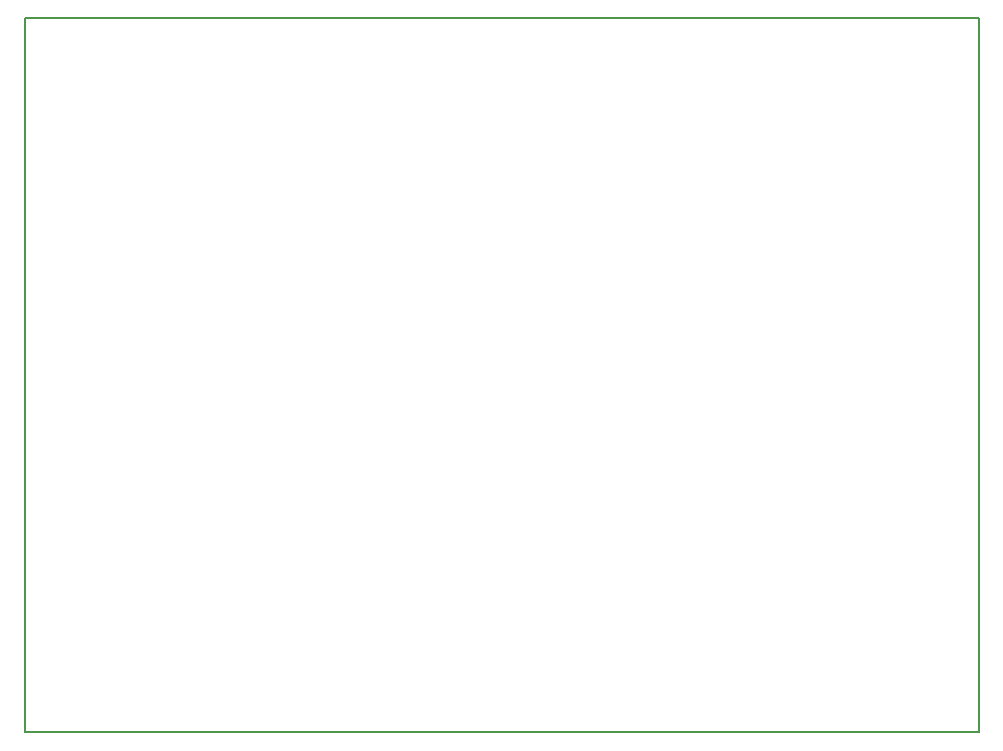
<source format=gbr>
%TF.GenerationSoftware,KiCad,Pcbnew,8.0.3+1*%
%TF.CreationDate,2024-07-24T20:50:30+00:00*%
%TF.ProjectId,LION2CELL02,4c494f4e-3243-4454-9c4c-30322e6b6963,rev?*%
%TF.SameCoordinates,Original*%
%TF.FileFunction,Profile,NP*%
%FSLAX46Y46*%
G04 Gerber Fmt 4.6, Leading zero omitted, Abs format (unit mm)*
G04 Created by KiCad (PCBNEW 8.0.3+1) date 2024-07-24 20:50:30*
%MOMM*%
%LPD*%
G01*
G04 APERTURE LIST*
%TA.AperFunction,Profile*%
%ADD10C,0.150000*%
%TD*%
G04 APERTURE END LIST*
D10*
X5334000Y65786000D02*
X86106000Y65786000D01*
X86106000Y5334000D01*
X5334000Y5334000D01*
X5334000Y65786000D01*
M02*

</source>
